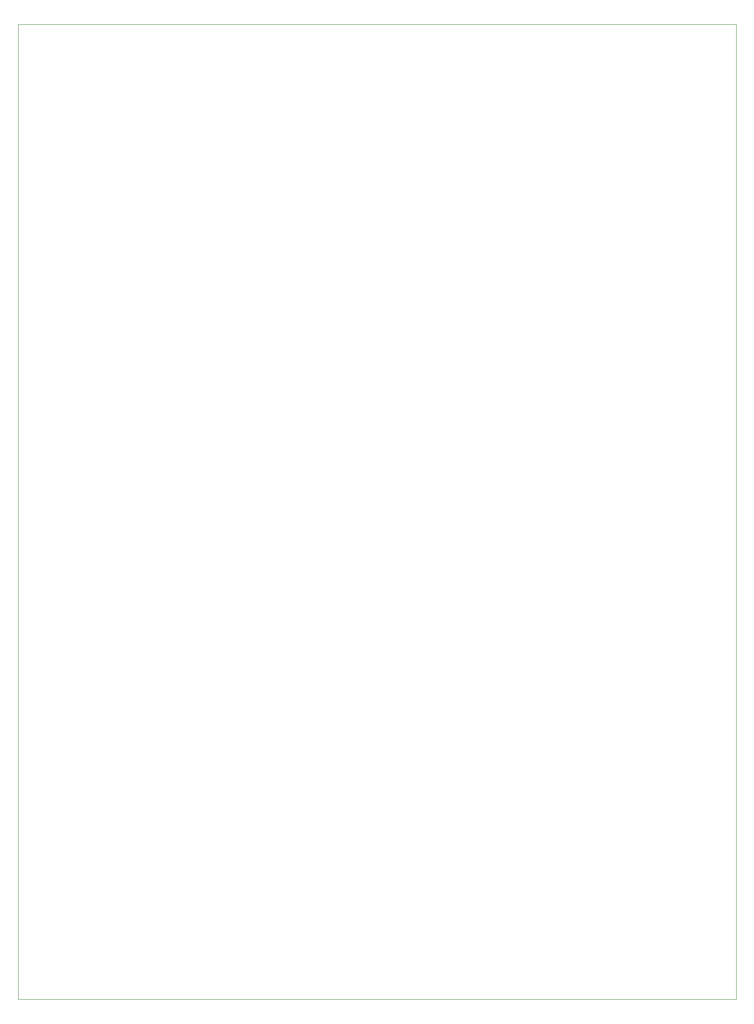
<source format=gbr>
%TF.GenerationSoftware,KiCad,Pcbnew,7.0.1*%
%TF.CreationDate,2023-08-28T22:07:01-05:00*%
%TF.ProjectId,Control v1,436f6e74-726f-46c2-9076-312e6b696361,0.1*%
%TF.SameCoordinates,Original*%
%TF.FileFunction,Profile,NP*%
%FSLAX46Y46*%
G04 Gerber Fmt 4.6, Leading zero omitted, Abs format (unit mm)*
G04 Created by KiCad (PCBNEW 7.0.1) date 2023-08-28 22:07:01*
%MOMM*%
%LPD*%
G01*
G04 APERTURE LIST*
%TA.AperFunction,Profile*%
%ADD10C,0.100000*%
%TD*%
G04 APERTURE END LIST*
D10*
X50000000Y-225000000D02*
X190000000Y-225000000D01*
X50000000Y-35000000D02*
X50000000Y-225000000D01*
X190000000Y-225000000D02*
X190000000Y-35000000D01*
X190000000Y-35000000D02*
X50000000Y-35000000D01*
M02*

</source>
